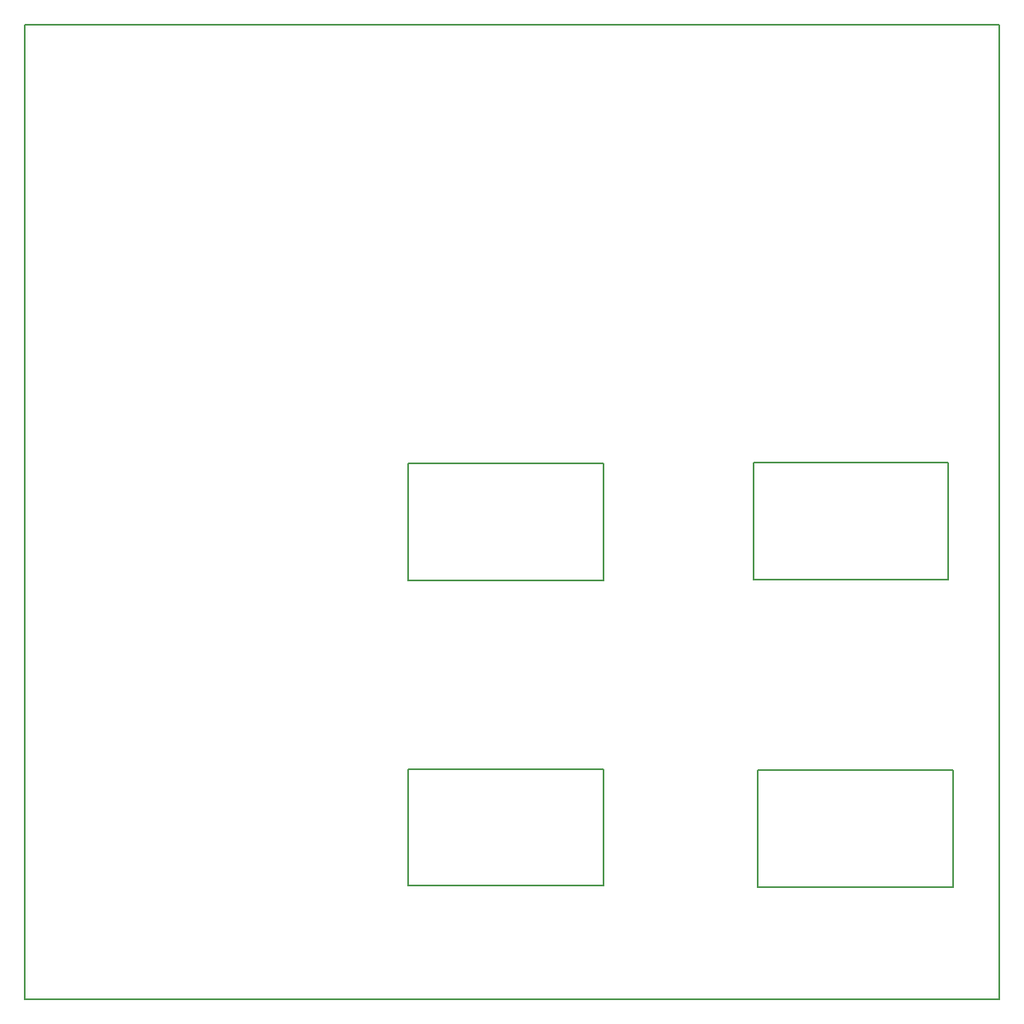
<source format=gbr>
G04 DipTrace 3.3.1.1*
G04 BoardOutline.gbr*
%MOIN*%
G04 #@! TF.FileFunction,Profile*
G04 #@! TF.Part,Single*
%ADD11C,0.005512*%
%FSLAX26Y26*%
G04*
G70*
G90*
G75*
G01*
G04 BoardOutline*
%LPD*%
X394000Y4331008D2*
D11*
X4331008D1*
Y394000D1*
X394000D1*
Y4331008D1*
X3337798Y2561340D2*
X4125199D1*
Y2088899D1*
X3337798D1*
Y2561340D1*
X3357273Y1318789D2*
X4144675D1*
Y846348D1*
X3357273D1*
Y1318789D1*
X1944025Y1324213D2*
X2731427D1*
Y851772D1*
X1944025D1*
Y1324213D1*
X1944182Y2559080D2*
X2731584D1*
Y2086639D1*
X1944182D1*
Y2559080D1*
M02*

</source>
